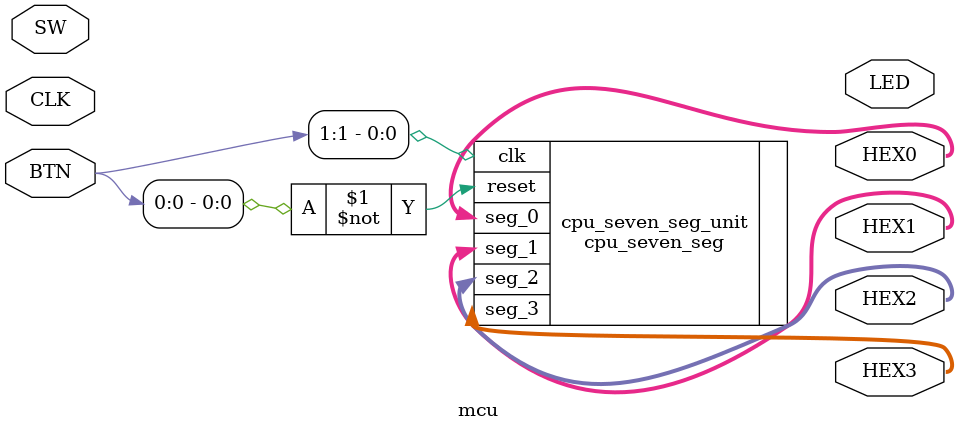
<source format=sv>


module mcu(

	//////////// CLOCK //////////
	input CLK,

	//////////// 7-segment decoder //////////
	output [6:0] HEX0,
	output [6:0] HEX1,
	output [6:0] HEX2,
	output [6:0] HEX3,
	
	//////////// LED /////////////
	output [9:0] LED,
	
	//////////// SWITCH //////////
	input [9:0] SW,
	
	//////////// BUTTON //////////
	input [2:0] BTN
	
);
//*******************************//

// add module here
// adder_8bit adder1(
//	.a(SW[7:0]),
//	.b(SW[7:0]),
//	.s(LED[7:0])
//);

//sub_8bit sub1(
//	.a(8'd20),
//	.b(8'd12),
//	.s()
//);

cpu_seven_seg cpu_seven_seg_unit(
	.clk(BTN[1]),
	.reset(~BTN[0]),
	.seg_0(HEX0),
	.seg_1(HEX1),
	.seg_2(HEX2),
	.seg_3(HEX3)
);


//*******************************//

endmodule

</source>
